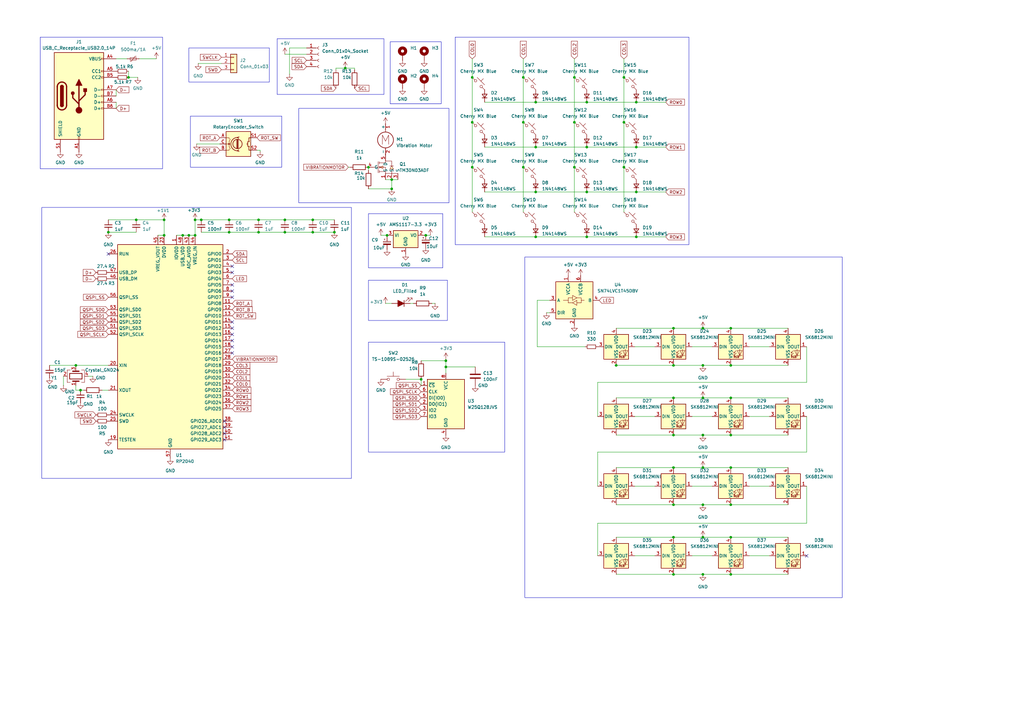
<source format=kicad_sch>
(kicad_sch (version 20250114) (generator "eeschema") (generator_version "9.0")
  (paper "A3")
  (rectangle (start 215.265 105.41) (end 345.44 245.11))
  (rectangle (start 17.145 85.09) (end 144.145 196.215))
  (rectangle (start 151.13 87.63) (end 181.61 109.855))
  (rectangle (start 16.51 15.24) (end 66.675 69.215))
  (rectangle (start 78.105 47.625) (end 115.57 68.58))
  (rectangle (start 122.555 44.45) (end 184.15 83.185))
  (rectangle (start 77.47 19.685) (end 110.49 33.655))
  (rectangle (start 186.69 15.24) (end 282.575 100.33))
  (rectangle (start 113.665 15.875) (end 157.48 38.735))
  (rectangle (start 151.13 140.335) (end 207.01 185.42))
  (rectangle (start 160.02 17.145) (end 180.975 42.545))
  (rectangle (start 151.13 114.935) (end 183.515 131.445))
  (text "3" (at 212.9808 412.6193 0) (effects (font (size 1.27 1.27))))
  (junction (at 288.29 163.195))
  (junction (at 67.31 96.52))
  (junction (at 33.02 160.02))
  (junction (at 193.675 50.165))
  (junction (at 276.225 191.77))
  (junction (at 299.72 134.62))
  (junction (at 80.01 96.52))
  (junction (at 182.88 147.955))
  (junction (at 288.29 149.86))
  (junction (at 141.605 27.94))
  (junction (at 82.55 90.17))
  (junction (at 276.225 220.345))
  (junction (at 240.665 41.91))
  (junction (at 240.665 78.74))
  (junction (at 106.045 95.25))
  (junction (at 299.72 235.585))
  (junction (at 260.985 60.325))
  (junction (at 276.225 149.86))
  (junction (at 240.665 60.325))
  (junction (at 55.88 90.17))
  (junction (at 240.665 97.155))
  (junction (at 276.225 134.62))
  (junction (at 182.88 150.495))
  (junction (at 44.45 95.25))
  (junction (at 214.63 31.75))
  (junction (at 93.98 95.25))
  (junction (at 288.29 207.01))
  (junction (at 288.29 134.62))
  (junction (at 31.115 149.86))
  (junction (at 151.13 68.58))
  (junction (at 299.72 220.345))
  (junction (at 219.71 41.91))
  (junction (at 299.72 191.77))
  (junction (at 219.71 97.155))
  (junction (at 235.585 68.58))
  (junction (at 276.225 178.435))
  (junction (at 299.72 149.86))
  (junction (at 235.585 50.165))
  (junction (at 235.585 31.75))
  (junction (at 255.905 31.75))
  (junction (at 193.675 68.58))
  (junction (at 80.01 90.17))
  (junction (at 77.47 96.52))
  (junction (at 288.29 191.77))
  (junction (at 276.225 163.195))
  (junction (at 219.71 60.325))
  (junction (at 252.73 149.86))
  (junction (at 174.625 96.52))
  (junction (at 276.225 235.585))
  (junction (at 260.985 97.155))
  (junction (at 158.75 96.52))
  (junction (at 93.98 90.17))
  (junction (at 52.705 31.75))
  (junction (at 67.31 90.17))
  (junction (at 288.29 235.585))
  (junction (at 116.84 90.17))
  (junction (at 219.71 78.74))
  (junction (at 288.29 178.435))
  (junction (at 276.225 207.01))
  (junction (at 172.72 155.575))
  (junction (at 260.985 78.74))
  (junction (at 116.84 95.25))
  (junction (at 214.63 50.165))
  (junction (at 74.93 96.52))
  (junction (at 160.655 73.66))
  (junction (at 260.985 41.91))
  (junction (at 214.63 68.58))
  (junction (at 299.72 207.01))
  (junction (at 106.045 90.17))
  (junction (at 255.905 50.165))
  (junction (at 128.27 95.25))
  (junction (at 193.675 31.75))
  (junction (at 128.27 90.17))
  (junction (at 299.72 178.435))
  (junction (at 255.905 68.58))
  (junction (at 288.29 220.345))
  (junction (at 137.16 95.25))
  (junction (at 299.72 163.195))
  (junction (at 160.655 77.47))
  (no_connect (at 95.25 121.92))
  (no_connect (at 92.075 172.72))
  (no_connect (at 95.25 142.24))
  (no_connect (at 330.835 227.965))
  (no_connect (at 95.25 116.84))
  (no_connect (at 95.25 111.76))
  (no_connect (at 95.25 132.08))
  (no_connect (at 92.075 175.26))
  (no_connect (at 44.45 104.14))
  (no_connect (at 95.25 119.38))
  (no_connect (at 95.25 109.22))
  (no_connect (at 95.25 137.16))
  (no_connect (at 95.25 144.78))
  (no_connect (at 95.25 134.62))
  (no_connect (at 95.25 139.7))
  (no_connect (at 92.075 180.34))
  (no_connect (at 92.075 177.8))
  (wire (pts (xy 128.27 95.25) (xy 137.16 95.25)))
  (wire (pts (xy 151.13 77.47) (xy 160.655 77.47)))
  (wire (pts (xy 93.98 90.17) (xy 106.045 90.17)))
  (wire (pts (xy 252.095 149.86) (xy 252.73 149.86)))
  (wire (pts (xy 67.31 90.17) (xy 67.31 96.52)))
  (wire (pts (xy 169.545 124.46) (xy 168.275 124.46)))
  (wire (pts (xy 299.72 220.345) (xy 323.215 220.345)))
  (wire (pts (xy 330.835 142.24) (xy 330.835 156.845)))
  (wire (pts (xy 260.35 170.815) (xy 268.605 170.815)))
  (wire (pts (xy 128.27 90.17) (xy 137.16 90.17)))
  (wire (pts (xy 260.985 41.91) (xy 273.05 41.91)))
  (wire (pts (xy 182.88 150.495) (xy 182.88 153.035)))
  (wire (pts (xy 220.345 123.19) (xy 220.345 142.24)))
  (wire (pts (xy 276.225 235.585) (xy 288.29 235.585)))
  (wire (pts (xy 240.665 97.155) (xy 260.985 97.155)))
  (wire (pts (xy 198.755 60.325) (xy 219.71 60.325)))
  (wire (pts (xy 288.29 178.435) (xy 299.72 178.435)))
  (wire (pts (xy 315.595 142.24) (xy 307.34 142.24)))
  (wire (pts (xy 283.845 142.24) (xy 292.1 142.24)))
  (wire (pts (xy 72.39 96.52) (xy 74.93 96.52)))
  (wire (pts (xy 182.88 147.32) (xy 182.88 147.955)))
  (wire (pts (xy 276.225 163.195) (xy 288.29 163.195)))
  (wire (pts (xy 151.13 68.58) (xy 150.495 68.58)))
  (wire (pts (xy 276.225 178.435) (xy 288.29 178.435)))
  (wire (pts (xy 288.29 207.01) (xy 299.72 207.01)))
  (wire (pts (xy 219.71 97.155) (xy 240.665 97.155)))
  (wire (pts (xy 240.665 60.325) (xy 260.985 60.325)))
  (wire (pts (xy 41.91 160.02) (xy 44.45 160.02)))
  (wire (pts (xy 260.35 227.965) (xy 268.605 227.965)))
  (wire (pts (xy 299.72 191.77) (xy 323.215 191.77)))
  (wire (pts (xy 106.045 90.17) (xy 116.84 90.17)))
  (wire (pts (xy 74.93 96.52) (xy 77.47 96.52)))
  (wire (pts (xy 38.1 154.305) (xy 36.195 154.305)))
  (wire (pts (xy 172.72 147.955) (xy 182.88 147.955)))
  (wire (pts (xy 116.84 95.25) (xy 128.27 95.25)))
  (wire (pts (xy 31.115 149.86) (xy 44.45 149.86)))
  (wire (pts (xy 198.755 97.155) (xy 219.71 97.155)))
  (wire (pts (xy 299.72 163.195) (xy 323.215 163.195)))
  (wire (pts (xy 64.77 97.79) (xy 64.77 99.06)))
  (wire (pts (xy 288.29 134.62) (xy 299.72 134.62)))
  (wire (pts (xy 193.675 31.75) (xy 193.675 50.165)))
  (wire (pts (xy 260.985 60.325) (xy 273.05 60.325)))
  (wire (pts (xy 283.845 199.39) (xy 292.1 199.39)))
  (wire (pts (xy 158.115 73.66) (xy 160.655 73.66)))
  (wire (pts (xy 33.02 160.02) (xy 34.29 160.02)))
  (wire (pts (xy 245.11 214.63) (xy 245.11 227.965)))
  (wire (pts (xy 174.625 96.52) (xy 173.99 96.52)))
  (wire (pts (xy 235.585 68.58) (xy 235.585 86.995)))
  (wire (pts (xy 219.71 60.325) (xy 240.665 60.325)))
  (wire (pts (xy 252.73 134.62) (xy 276.225 134.62)))
  (wire (pts (xy 276.225 149.86) (xy 288.29 149.86)))
  (wire (pts (xy 235.585 31.75) (xy 235.585 50.165)))
  (wire (pts (xy 31.115 158.115) (xy 31.115 160.02)))
  (wire (pts (xy 116.84 22.225) (xy 125.73 22.225)))
  (wire (pts (xy 288.29 163.195) (xy 299.72 163.195)))
  (wire (pts (xy 81.28 26.035) (xy 90.805 26.035)))
  (wire (pts (xy 44.45 95.25) (xy 55.88 95.25)))
  (wire (pts (xy 143.51 68.58) (xy 142.875 68.58)))
  (wire (pts (xy 118.745 19.685) (xy 125.73 19.685)))
  (wire (pts (xy 276.225 207.01) (xy 288.29 207.01)))
  (wire (pts (xy 64.77 96.52) (xy 67.31 96.52)))
  (wire (pts (xy 160.655 77.47) (xy 160.655 73.66)))
  (wire (pts (xy 315.595 227.965) (xy 307.34 227.965)))
  (wire (pts (xy 44.45 90.17) (xy 55.88 90.17)))
  (wire (pts (xy 299.72 235.585) (xy 323.215 235.585)))
  (wire (pts (xy 252.73 235.585) (xy 276.225 235.585)))
  (wire (pts (xy 82.55 95.25) (xy 93.98 95.25)))
  (wire (pts (xy 80.645 59.055) (xy 90.17 59.055)))
  (wire (pts (xy 137.795 27.94) (xy 137.795 28.575)))
  (wire (pts (xy 330.835 214.63) (xy 245.11 214.63)))
  (wire (pts (xy 299.72 149.86) (xy 323.215 149.86)))
  (wire (pts (xy 193.675 24.13) (xy 193.675 31.75)))
  (wire (pts (xy 260.35 142.24) (xy 268.605 142.24)))
  (wire (pts (xy 214.63 50.165) (xy 214.63 68.58)))
  (wire (pts (xy 283.845 227.965) (xy 292.1 227.965)))
  (wire (pts (xy 176.53 96.52) (xy 174.625 96.52)))
  (wire (pts (xy 283.845 170.815) (xy 292.1 170.815)))
  (wire (pts (xy 118.745 30.48) (xy 118.745 19.685)))
  (wire (pts (xy 106.045 95.25) (xy 116.84 95.25)))
  (wire (pts (xy 330.835 170.815) (xy 330.835 185.42)))
  (wire (pts (xy 52.705 29.21) (xy 52.705 31.75)))
  (wire (pts (xy 80.01 90.17) (xy 82.55 90.17)))
  (wire (pts (xy 214.63 68.58) (xy 214.63 86.995)))
  (wire (pts (xy 214.63 24.13) (xy 214.63 31.75)))
  (wire (pts (xy 225.425 123.19) (xy 220.345 123.19)))
  (wire (pts (xy 245.11 156.845) (xy 245.11 170.815)))
  (wire (pts (xy 158.75 97.155) (xy 158.75 96.52)))
  (wire (pts (xy 255.905 24.13) (xy 255.905 31.75)))
  (wire (pts (xy 31.115 150.495) (xy 31.115 149.86)))
  (wire (pts (xy 93.98 95.25) (xy 106.045 95.25)))
  (wire (pts (xy 219.71 78.74) (xy 240.665 78.74)))
  (wire (pts (xy 245.11 185.42) (xy 245.11 199.39)))
  (wire (pts (xy 151.13 69.85) (xy 151.13 68.58)))
  (wire (pts (xy 240.665 78.74) (xy 260.985 78.74)))
  (wire (pts (xy 166.37 155.575) (xy 172.72 155.575)))
  (wire (pts (xy 288.29 235.585) (xy 299.72 235.585)))
  (wire (pts (xy 255.905 68.58) (xy 255.905 86.995)))
  (wire (pts (xy 156.21 96.52) (xy 158.75 96.52)))
  (wire (pts (xy 252.73 220.345) (xy 276.225 220.345)))
  (wire (pts (xy 315.595 199.39) (xy 307.34 199.39)))
  (wire (pts (xy 55.88 90.17) (xy 67.31 90.17)))
  (wire (pts (xy 82.55 90.17) (xy 93.98 90.17)))
  (wire (pts (xy 235.585 24.13) (xy 235.585 31.75)))
  (wire (pts (xy 80.01 90.17) (xy 80.01 96.52)))
  (wire (pts (xy 252.73 191.77) (xy 276.225 191.77)))
  (wire (pts (xy 172.72 155.575) (xy 172.72 158.115)))
  (wire (pts (xy 252.73 163.195) (xy 276.225 163.195)))
  (wire (pts (xy 47.625 41.91) (xy 47.625 44.45)))
  (wire (pts (xy 276.225 134.62) (xy 288.29 134.62)))
  (wire (pts (xy 141.605 27.94) (xy 145.415 27.94)))
  (wire (pts (xy 64.135 24.13) (xy 57.15 24.13)))
  (wire (pts (xy 182.88 150.495) (xy 194.945 150.495)))
  (wire (pts (xy 299.72 207.01) (xy 323.215 207.01)))
  (wire (pts (xy 193.675 50.165) (xy 193.675 68.58)))
  (wire (pts (xy 255.905 31.75) (xy 255.905 50.165)))
  (wire (pts (xy 220.345 142.24) (xy 240.03 142.24)))
  (wire (pts (xy 193.675 68.58) (xy 193.675 86.995)))
  (wire (pts (xy 116.84 90.17) (xy 128.27 90.17)))
  (wire (pts (xy 288.29 149.86) (xy 299.72 149.86)))
  (wire (pts (xy 224.155 128.27) (xy 225.425 128.27)))
  (wire (pts (xy 330.835 199.39) (xy 330.835 214.63)))
  (wire (pts (xy 137.795 27.94) (xy 141.605 27.94)))
  (wire (pts (xy 198.755 78.74) (xy 219.71 78.74)))
  (wire (pts (xy 315.595 170.815) (xy 307.34 170.815)))
  (wire (pts (xy 52.705 31.75) (xy 56.515 31.75)))
  (wire (pts (xy 255.905 50.165) (xy 255.905 68.58)))
  (wire (pts (xy 299.72 178.435) (xy 323.215 178.435)))
  (wire (pts (xy 182.88 147.955) (xy 182.88 150.495)))
  (wire (pts (xy 198.755 41.91) (xy 219.71 41.91)))
  (wire (pts (xy 47.625 36.83) (xy 47.625 39.37)))
  (wire (pts (xy 260.35 199.39) (xy 268.605 199.39)))
  (wire (pts (xy 252.73 178.435) (xy 276.225 178.435)))
  (wire (pts (xy 47.625 24.13) (xy 52.07 24.13)))
  (wire (pts (xy 276.225 191.77) (xy 288.29 191.77)))
  (wire (pts (xy 288.29 220.345) (xy 299.72 220.345)))
  (wire (pts (xy 276.225 220.345) (xy 288.29 220.345)))
  (wire (pts (xy 145.415 27.94) (xy 145.415 28.575)))
  (wire (pts (xy 31.115 160.02) (xy 33.02 160.02)))
  (wire (pts (xy 214.63 31.75) (xy 214.63 50.165)))
  (wire (pts (xy 260.985 78.74) (xy 273.05 78.74)))
  (wire (pts (xy 158.115 124.46) (xy 160.655 124.46)))
  (wire (pts (xy 106.68 61.595) (xy 105.41 61.595)))
  (wire (pts (xy 330.835 185.42) (xy 245.11 185.42)))
  (wire (pts (xy 20.32 149.86) (xy 31.115 149.86)))
  (wire (pts (xy 77.47 96.52) (xy 80.01 96.52)))
  (wire (pts (xy 240.665 41.91) (xy 260.985 41.91)))
  (wire (pts (xy 219.71 41.91) (xy 240.665 41.91)))
  (wire (pts (xy 260.985 97.155) (xy 273.05 97.155)))
  (wire (pts (xy 235.585 50.165) (xy 235.585 68.58)))
  (wire (pts (xy 106.68 62.23) (xy 106.68 61.595)))
  (wire (pts (xy 330.835 156.845) (xy 245.11 156.845)))
  (wire (pts (xy 299.72 134.62) (xy 323.215 134.62)))
  (wire (pts (xy 252.73 149.86) (xy 276.225 149.86)))
  (wire (pts (xy 288.29 191.77) (xy 299.72 191.77)))
  (wire (pts (xy 252.73 207.01) (xy 276.225 207.01)))
  (wire (pts (xy 160.655 73.66) (xy 163.195 73.66)))
  (wire (pts (xy 177.165 124.46) (xy 178.435 124.46)))
  (wire (pts (xy 26.035 154.305) (xy 26.035 158.115)))
  (global_label "ROT_A" (shape input) (at 90.17 56.515 180) (property "Intersheetrefs" "${INTERSHEET_REFS}" (effects (hide yes))))
  (global_label "SWD" (shape input) (at 39.37 172.72 180) (property "Intersheetrefs" "${INTERSHEET_REFS}" (effects (hide yes))))
  (global_label "COL2" (shape input) (at 95.25 152.4 0) (property "Intersheetrefs" "${INTERSHEET_REFS}" (effects (hide yes))))
  (global_label "SDA" (shape input) (at 137.795 36.195 180) (property "Intersheetrefs" "${INTERSHEET_REFS}" (effects (hide yes))))
  (global_label "QSPI_SCLK" (shape input) (at 172.72 160.655 180) (property "Intersheetrefs" "${INTERSHEET_REFS}" (effects (hide yes))))
  (global_label "SCL" (shape input) (at 95.25 106.68 0) (property "Intersheetrefs" "${INTERSHEET_REFS}" (effects (hide yes))))
  (global_label "COL3" (shape input) (at 255.905 24.13 90) (property "Intersheetrefs" "${INTERSHEET_REFS}" (effects (hide yes))))
  (global_label "QSPI_SS" (shape input) (at 172.72 158.115 180) (property "Intersheetrefs" "${INTERSHEET_REFS}" (effects (hide yes))))
  (global_label "COL1" (shape input) (at 214.63 24.13 90) (property "Intersheetrefs" "${INTERSHEET_REFS}" (effects (hide yes))))
  (global_label "QSPI_SD1" (shape input) (at 44.45 129.54 180) (property "Intersheetrefs" "${INTERSHEET_REFS}" (effects (hide yes))))
  (global_label "D-" (shape input) (at 39.37 114.3 180) (property "Intersheetrefs" "${INTERSHEET_REFS}" (effects (hide yes))))
  (global_label "QSPI_SCLK" (shape input) (at 44.45 137.16 180) (property "Intersheetrefs" "${INTERSHEET_REFS}" (effects (hide yes))))
  (global_label "LED" (shape input) (at 245.745 123.19 0) (property "Intersheetrefs" "${INTERSHEET_REFS}" (effects (hide yes))))
  (global_label "VIBRATIONMOTOR" (shape input) (at 142.875 68.58 180) (property "Intersheetrefs" "${INTERSHEET_REFS}" (effects (hide yes))))
  (global_label "ROT_A" (shape input) (at 95.25 124.46 0) (property "Intersheetrefs" "${INTERSHEET_REFS}" (effects (hide yes))))
  (global_label "ROT_B" (shape input) (at 90.17 61.595 180) (property "Intersheetrefs" "${INTERSHEET_REFS}" (effects (hide yes))))
  (global_label "COL3" (shape input) (at 95.25 149.86 0) (property "Intersheetrefs" "${INTERSHEET_REFS}" (effects (hide yes))))
  (global_label "COL0" (shape input) (at 193.675 24.13 90) (property "Intersheetrefs" "${INTERSHEET_REFS}" (effects (hide yes))))
  (global_label "ROW1" (shape input) (at 95.25 162.56 0) (property "Intersheetrefs" "${INTERSHEET_REFS}" (effects (hide yes))))
  (global_label "ROW2" (shape input) (at 95.25 165.1 0) (property "Intersheetrefs" "${INTERSHEET_REFS}" (effects (hide yes))))
  (global_label "QSPI_SD3" (shape input) (at 44.45 134.62 180) (property "Intersheetrefs" "${INTERSHEET_REFS}" (effects (hide yes))))
  (global_label "QSPI_SD1" (shape input) (at 172.72 165.735 180) (property "Intersheetrefs" "${INTERSHEET_REFS}" (effects (hide yes))))
  (global_label "SWD" (shape input) (at 90.805 28.575 180) (property "Intersheetrefs" "${INTERSHEET_REFS}" (effects (hide yes))))
  (global_label "SDA" (shape input) (at 125.73 27.305 180) (property "Intersheetrefs" "${INTERSHEET_REFS}" (effects (hide yes))))
  (global_label "SWCLK" (shape input) (at 90.805 23.495 180) (property "Intersheetrefs" "${INTERSHEET_REFS}" (effects (hide yes))))
  (global_label "SCL" (shape input) (at 125.73 24.765 180) (property "Intersheetrefs" "${INTERSHEET_REFS}" (effects (hide yes))))
  (global_label "ROW0" (shape input) (at 95.25 160.02 0) (property "Intersheetrefs" "${INTERSHEET_REFS}" (effects (hide yes))))
  (global_label "ROW0" (shape input) (at 273.05 41.91 0) (property "Intersheetrefs" "${INTERSHEET_REFS}" (effects (hide yes))))
  (global_label "QSPI_SD0" (shape input) (at 172.72 163.195 180) (property "Intersheetrefs" "${INTERSHEET_REFS}" (effects (hide yes))))
  (global_label "D-" (shape input) (at 47.625 36.83 0) (property "Intersheetrefs" "${INTERSHEET_REFS}" (effects (hide yes))))
  (global_label "QSPI_SD2" (shape input) (at 172.72 168.275 180) (property "Intersheetrefs" "${INTERSHEET_REFS}" (effects (hide yes))))
  (global_label "SCL" (shape input) (at 145.415 36.195 0) (property "Intersheetrefs" "${INTERSHEET_REFS}" (effects (hide yes))))
  (global_label "ROW3" (shape input) (at 273.05 97.155 0) (property "Intersheetrefs" "${INTERSHEET_REFS}" (effects (hide yes))))
  (global_label "D+" (shape input) (at 39.37 111.76 180) (property "Intersheetrefs" "${INTERSHEET_REFS}" (effects (hide yes))))
  (global_label "LED" (shape input) (at 95.25 114.3 0) (property "Intersheetrefs" "${INTERSHEET_REFS}" (effects (hide yes))))
  (global_label "ROW3" (shape input) (at 95.25 167.64 0) (property "Intersheetrefs" "${INTERSHEET_REFS}" (effects (hide yes))))
  (global_label "ROT_SW" (shape input) (at 95.25 129.54 0) (property "Intersheetrefs" "${INTERSHEET_REFS}" (effects (hide yes))))
  (global_label "COL2" (shape input) (at 235.585 24.13 90) (property "Intersheetrefs" "${INTERSHEET_REFS}" (effects (hide yes))))
  (global_label "ROT_SW" (shape input) (at 105.41 56.515 0) (property "Intersheetrefs" "${INTERSHEET_REFS}" (effects (hide yes))))
  (global_label "D+" (shape input) (at 47.625 44.45 0) (property "Intersheetrefs" "${INTERSHEET_REFS}" (effects (hide yes))))
  (global_label "ROT_B" (shape input) (at 95.25 127 0) (property "Intersheetrefs" "${INTERSHEET_REFS}" (effects (hide yes))))
  (global_label "SDA" (shape input) (at 95.25 104.14 0) (property "Intersheetrefs" "${INTERSHEET_REFS}" (effects (hide yes))))
  (global_label "QSPI_SS" (shape input) (at 44.45 121.92 180) (property "Intersheetrefs" "${INTERSHEET_REFS}" (effects (hide yes))))
  (global_label "SWCLK" (shape input) (at 39.37 170.18 180) (property "Intersheetrefs" "${INTERSHEET_REFS}" (effects (hide yes))))
  (global_label "QSPI_SD0" (shape input) (at 44.45 127 180) (property "Intersheetrefs" "${INTERSHEET_REFS}" (effects (hide yes))))
  (global_label "COL1" (shape input) (at 95.25 154.94 0) (property "Intersheetrefs" "${INTERSHEET_REFS}" (effects (hide yes))))
  (global_label "VIBRATIONMOTOR" (shape input) (at 95.25 147.32 0) (property "Intersheetrefs" "${INTERSHEET_REFS}" (effects (hide yes))))
  (global_label "ROW2" (shape input) (at 273.05 78.74 0) (property "Intersheetrefs" "${INTERSHEET_REFS}" (effects (hide yes))))
  (global_label "COL0" (shape input) (at 95.25 157.48 0) (property "Intersheetrefs" "${INTERSHEET_REFS}" (effects (hide yes))))
  (global_label "QSPI_SD3" (shape input) (at 172.72 170.815 180) (property "Intersheetrefs" "${INTERSHEET_REFS}" (effects (hide yes))))
  (global_label "ROW1" (shape input) (at 273.05 60.325 0) (property "Intersheetrefs" "${INTERSHEET_REFS}" (effects (hide yes))))
  (global_label "QSPI_SD2" (shape input) (at 44.45 132.08 180) (property "Intersheetrefs" "${INTERSHEET_REFS}" (effects (hide yes))))
  (symbol (lib_id "power:GND") (at 80.645 59.055 0) (unit 1)
    (property "Reference" "#PWR09" (effects (hide yes)))
    (property "Value" "GND" (at 80.645 63.5 0))
    (property "Description" "Power symbol creates a global label with name \"GND\" , ground" (effects (hide yes)))
  )
  (symbol (lib_id "power:+3V3") (at 176.53 96.52 0) (unit 1)
    (property "Reference" "#PWR027" (effects (hide yes)))
    (property "Value" "+3V3" (at 176.53 92.075 0))
    (property "Description" "Power symbol creates a global label with name \"+3V3\"" (effects (hide yes)))
  )
  (symbol (lib_id "power:GND") (at 33.02 165.1 0) (unit 1)
    (property "Reference" "#PWR04" (effects (hide yes)))
    (property "Value" "GND" (at 36.195 165.735 0))
    (property "Description" "Power symbol creates a global label with name \"GND\" , ground" (effects (hide yes)))
  )
  (symbol (lib_id "Mechanical:MountingHole_Pad") (at 165.1 33.655 0) (unit 1) (in_bom no)
    (property "Reference" "H2" (at 168.275 31.1149 0) (effects (justify left)))
    (property "Value" "MountingHole_Pad" (effects (hide yes)))
    (property "Footprint" "MountingHole:MountingHole_2.2mm_M2_DIN965_Pad" (effects (hide yes)))
    (property "Description" "Mounting Hole with connection" (effects (hide yes)))
  )
  (symbol (lib_id "power:+5V") (at 156.21 96.52 0) (unit 1)
    (property "Reference" "#PWR020" (effects (hide yes)))
    (property "Value" "+5V" (at 156.21 92.075 0))
    (property "Description" "Power symbol creates a global label with name \"+5V\"" (effects (hide yes)))
  )
  (symbol (lib_id "Device:Crystal_GND24") (at 31.115 154.305 90) (unit 1)
    (property "Reference" "Y1" (at 22.225 154.94 90))
    (property "Value" "Crystal_GND24" (at 41.91 151.765 90))
    (property "Footprint" "Crystal:Crystal_SMD_3225-4Pin_3.2x2.5mm" (effects (hide yes)))
    (property "Description" "Four pin crystal, GND on pins 2 and 4" (effects (hide yes)))
    (property "LCSC Part" "C20625731" (effects (hide yes)))
  )
  (symbol (lib_id "power:+5V") (at 116.84 22.225 0) (unit 1)
    (property "Reference" "#PWR017" (effects (hide yes)))
    (property "Value" "+5V" (at 116.84 17.78 0))
    (property "Description" "Power symbol creates a global label with name \"+5V\"" (effects (hide yes)))
  )
  (symbol (lib_id "power:+5V") (at 158.115 50.8 0) (unit 1)
    (property "Reference" "#PWR041" (effects (hide yes)))
    (property "Value" "+5V" (at 158.115 46.355 0))
    (property "Description" "Power symbol creates a global label with name \"+5V\"" (effects (hide yes)))
  )
  (symbol (lib_id "power:+5V") (at 288.29 191.77 0) (unit 1)
    (property "Reference" "#PWR045" (effects (hide yes)))
    (property "Value" "+5V" (at 288.29 187.325 0))
    (property "Description" "Power symbol creates a global label with name \"+5V\"" (effects (hide yes)))
  )
  (symbol (lib_id "Device:R") (at 137.795 32.385 0) (mirror y) (unit 1)
    (property "Reference" "R12" (at 136.525 29.2099 0) (effects (justify left)))
    (property "Value" "10k" (at 136.525 31.7499 0) (effects (justify left)))
    (property "Footprint" "Resistor_SMD:R_0805_2012Metric" (effects (hide yes)))
    (property "Description" "Resistor" (effects (hide yes)))
    (property "LCSC Part" " C17414" (effects (hide yes)))
  )
  (symbol (lib_id "power:+3V3") (at 80.01 90.17 0) (unit 1)
    (property "Reference" "#PWR015" (effects (hide yes)))
    (property "Value" "+3V3" (at 79.5315 86.2005 0))
    (property "Description" "Power symbol creates a global label with name \"+3V3\"" (effects (hide yes)))
  )
  (symbol (lib_id "LED:SK6812MINI") (at 252.73 199.39 0) (unit 1)
    (property "Reference" "D31" (at 265.43 192.9698 0))
    (property "Value" "SK6812MINI" (at 265.43 195.5098 0))
    (property "Footprint" "cheyao macropad main PCB-third_party_neopixel.petty:SK6812MINI-E" (effects (hide yes)))
    (property "Datasheet" "https://cdn-shop.adafruit.com/product-files/2686/SK6812MINI_REV.01-1-2.pdf" (effects (hide yes)))
    (property "Description" "RGB LED with integrated controller" (effects (hide yes)))
    (property "LCSC Part" "C5149201" (effects (hide yes)))
  )
  (symbol (lib_id "power:GND") (at 288.29 149.86 0) (unit 1)
    (property "Reference" "#PWR040" (effects (hide yes)))
    (property "Value" "GND" (at 288.29 154.94 0))
    (property "Description" "Power symbol creates a global label with name \"GND\" , ground" (effects (hide yes)))
  )
  (symbol (lib_id "power:GND") (at 173.99 24.765 0) (unit 1)
    (property "Reference" "#PWR032" (effects (hide yes)))
    (property "Value" "GND" (at 173.99 29.21 0))
    (property "Description" "Power symbol creates a global label with name \"GND\" , ground" (effects (hide yes)))
  )
  (symbol (lib_id "power:GND") (at 156.21 155.575 0) (unit 1)
    (property "Reference" "#PWR019" (effects (hide yes)))
    (property "Value" "GND" (at 156.21 160.02 0))
    (property "Description" "Power symbol creates a global label with name \"GND\" , ground" (effects (hide yes)))
  )
  (symbol (lib_id "Switch:SW_Push_45deg") (at 238.125 89.535 0) (unit 1)
    (property "Reference" "SW14" (at 238.125 81.915 0))
    (property "Value" "Cherry MX Blue" (at 238.125 84.455 0))
    (property "Footprint" "PCM_Switch_Keyboard_Cherry_MX:SW_Cherry_MX_PCB_1.00u" (effects (hide yes)))
    (property "Description" "Push button switch, normally open, two pins, 45° tilted" (effects (hide yes)))
  )
  (symbol (lib_id "LED:SK6812MINI") (at 323.215 142.24 0) (unit 1)
    (property "Reference" "D26" (at 335.915 135.8198 0))
    (property "Value" "SK6812MINI" (at 335.915 138.3598 0))
    (property "Footprint" "cheyao macropad main PCB-third_party_neopixel.petty:SK6812MINI-E" (effects (hide yes)))
    (property "Datasheet" "https://cdn-shop.adafruit.com/product-files/2686/SK6812MINI_REV.01-1-2.pdf" (effects (hide yes)))
    (property "Description" "RGB LED with integrated controller" (effects (hide yes)))
    (property "LCSC Part" "C5149201" (effects (hide yes)))
  )
  (symbol (lib_id "power:GND") (at 26.035 158.115 0) (unit 1)
    (property "Reference" "#PWR02" (effects (hide yes)))
    (property "Value" "GND" (at 28.575 160.655 0))
    (property "Description" "Power symbol creates a global label with name \"GND\" , ground" (effects (hide yes)))
  )
  (symbol (lib_id "power:GND") (at 24.765 62.23 0) (unit 1)
    (property "Reference" "#PWR03" (effects (hide yes)))
    (property "Value" "GND" (at 24.765 66.675 0))
    (property "Description" "Power symbol creates a global label with name \"GND\" , ground" (effects (hide yes)))
  )
  (symbol (lib_id "LED:SK6812MINI") (at 299.72 199.39 0) (unit 1)
    (property "Reference" "D33" (at 312.42 192.9698 0))
    (property "Value" "SK6812MINI" (at 312.42 195.5098 0))
    (property "Footprint" "cheyao macropad main PCB-third_party_neopixel.petty:SK6812MINI-E" (effects (hide yes)))
    (property "Datasheet" "https://cdn-shop.adafruit.com/product-files/2686/SK6812MINI_REV.01-1-2.pdf" (effects (hide yes)))
    (property "Description" "RGB LED with integrated controller" (effects (hide yes)))
    (property "LCSC Part" "C5149201" (effects (hide yes)))
  )
  (symbol (lib_id "power:GND") (at 182.88 178.435 0) (unit 1)
    (property "Reference" "#PWR026" (effects (hide yes)))
    (property "Value" "GND" (at 182.88 183.515 0))
    (property "Description" "Power symbol creates a global label with name \"GND\" , ground" (effects (hide yes)))
  )
  (symbol (lib_id "Switch:SW_Push_45deg") (at 258.445 52.705 0) (unit 1)
    (property "Reference" "SW16" (at 258.445 45.085 0))
    (property "Value" "Cherry MX Blue" (at 258.445 47.625 0))
    (property "Footprint" "PCM_Switch_Keyboard_Cherry_MX:SW_Cherry_MX_PCB_1.00u" (effects (hide yes)))
    (property "Description" "Push button switch, normally open, two pins, 45° tilted" (effects (hide yes)))
  )
  (symbol (lib_id "Mechanical:MountingHole_Pad") (at 165.1 22.225 0) (unit 1) (in_bom no)
    (property "Reference" "H1" (at 168.275 19.6849 0) (effects (justify left)))
    (property "Value" "MountingHole_Pad" (effects (hide yes)))
    (property "Footprint" "MountingHole:MountingHole_2.2mm_M2_DIN965_Pad" (effects (hide yes)))
    (property "Description" "Mounting Hole with connection" (effects (hide yes)))
  )
  (symbol (lib_id "power:GND") (at 288.29 207.01 0) (unit 1)
    (property "Reference" "#PWR046" (effects (hide yes)))
    (property "Value" "GND" (at 288.29 212.09 0))
    (property "Description" "Power symbol creates a global label with name \"GND\" , ground" (effects (hide yes)))
  )
  (symbol (lib_id "Switch:SW_Push_45deg") (at 217.17 34.29 0) (unit 1)
    (property "Reference" "SW7" (at 217.17 26.67 0))
    (property "Value" "Cherry MX Blue" (at 217.17 29.21 0))
    (property "Footprint" "PCM_Switch_Keyboard_Cherry_MX:SW_Cherry_MX_PCB_1.00u" (effects (hide yes)))
    (property "Description" "Push button switch, normally open, two pins, 45° tilted" (effects (hide yes)))
  )
  (symbol (lib_id "Device:D_Small") (at 219.71 76.2 90) (unit 1)
    (property "Reference" "D8" (at 222.25 74.9299 90) (effects (justify right)))
    (property "Value" "1N4148WS" (at 222.25 77.4699 90) (effects (justify right)))
    (property "Footprint" "Diode_SMD:D_SOD-323F" (effects (hide yes)))
    (property "Description" "Diode, small symbol" (effects (hide yes)))
    (property "Sim.Device" "D" (effects (hide yes)))
    (property "Sim.Pins" "1=K 2=A" (effects (hide yes)))
    (property "LCSC Part" "C917117" (effects (hide yes)))
  )
  (symbol (lib_id "LED:SK6812MINI") (at 252.73 170.815 0) (unit 1)
    (property "Reference" "D27" (at 265.43 164.3948 0))
    (property "Value" "SK6812MINI" (at 265.43 166.9348 0))
    (property "Footprint" "cheyao macropad main PCB-third_party_neopixel.petty:SK6812MINI-E" (effects (hide yes)))
    (property "Datasheet" "https://cdn-shop.adafruit.com/product-files/2686/SK6812MINI_REV.01-1-2.pdf" (effects (hide yes)))
    (property "Description" "RGB LED with integrated controller" (effects (hide yes)))
    (property "LCSC Part" "C5149201" (effects (hide yes)))
  )
  (symbol (lib_id "power:GND") (at 235.585 133.35 0) (unit 1)
    (property "Reference" "#PWR037" (effects (hide yes)))
    (property "Value" "GND" (at 235.585 137.795 0))
    (property "Description" "Power symbol creates a global label with name \"GND\" , ground" (effects (hide yes)))
  )
  (symbol (lib_id "power:GND") (at 158.75 102.235 0) (unit 1)
    (property "Reference" "#PWR021" (effects (hide yes)))
    (property "Value" "GND" (effects (hide yes)))
    (property "Description" "Power symbol creates a global label with name \"GND\" , ground" (effects (hide yes)))
  )
  (symbol (lib_id "Switch:SW_Push_45deg") (at 258.445 34.29 0) (unit 1)
    (property "Reference" "SW15" (at 258.445 26.67 0))
    (property "Value" "Cherry MX Blue" (at 258.445 29.21 0))
    (property "Footprint" "PCM_Switch_Keyboard_Cherry_MX:SW_Cherry_MX_PCB_1.00u" (effects (hide yes)))
    (property "Description" "Push button switch, normally open, two pins, 45° tilted" (effects (hide yes)))
  )
  (symbol (lib_id "Device:R_Small") (at 50.165 31.75 90) (unit 1)
    (property "Reference" "R7" (at 52.705 33.655 90))
    (property "Value" "5.1k" (at 48.895 33.655 90))
    (property "Footprint" "Resistor_SMD:R_0603_1608Metric_Pad0.98x0.95mm_HandSolder" (effects (hide yes)))
    (property "Description" "Resistor, small symbol" (effects (hide yes)))
    (property "LCSC Part" "C23186" (effects (hide yes)))
  )
  (symbol (lib_id "Device:R_Small") (at 41.91 114.3 90) (unit 1)
    (property "Reference" "R3" (at 45.72 116.205 90))
    (property "Value" "27.4" (at 41.91 116.205 90))
    (property "Footprint" "Resistor_SMD:R_0603_1608Metric" (effects (hide yes)))
    (property "Description" "Resistor, small symbol" (effects (hide yes)))
    (property "LCSC Part" "C5126244" (effects (hide yes)))
  )
  (symbol (lib_id "Switch:SW_Push_45deg") (at 258.445 71.12 0) (unit 1)
    (property "Reference" "SW17" (at 258.445 63.5 0))
    (property "Value" "Cherry MX Blue" (at 258.445 66.04 0))
    (property "Footprint" "PCM_Switch_Keyboard_Cherry_MX:SW_Cherry_MX_PCB_1.00u" (effects (hide yes)))
    (property "Description" "Push button switch, normally open, two pins, 45° tilted" (effects (hide yes)))
  )
  (symbol (lib_id "Connector:USB_C_Receptacle_USB2.0_14P") (at 32.385 39.37 0) (unit 1)
    (property "Reference" "J1" (at 32.385 17.145 0))
    (property "Value" "USB_C_Receptacle_USB2.0_14P" (at 32.385 19.685 0))
    (property "Footprint" "Connector_USB:USB_C_Receptacle_G-Switch_GT-USB-7010ASV" (effects (hide yes)))
    (property "Datasheet" "https://www.usb.org/sites/default/files/documents/usb_type-c.zip" (effects (hide yes)))
    (property "Description" "USB 2.0-only 14P Type-C Receptacle connector" (effects (hide yes)))
    (property "LCSC Part" "C2988369" (effects (hide yes)))
  )
  (symbol (lib_id "Mechanical:MountingHole_Pad") (at 173.99 33.655 0) (unit 1) (in_bom no)
    (property "Reference" "H4" (at 177.165 31.1149 0) (effects (justify left)))
    (property "Value" "MountingHole_Pad" (effects (hide yes)))
    (property "Footprint" "MountingHole:MountingHole_2.2mm_M2_DIN965_Pad" (effects (hide yes)))
    (property "Description" "Mounting Hole with connection" (effects (hide yes)))
  )
  (symbol (lib_id "power:GND") (at 174.625 101.6 0) (unit 1)
    (property "Reference" "#PWR024" (effects (hide yes)))
    (property "Value" "GND" (at 174.625 106.68 0))
    (property "Description" "Power symbol creates a global label with name \"GND\" , ground" (effects (hide yes)))
  )
  (symbol (lib_id "power:GND") (at 44.45 180.34 0) (unit 1)
    (property "Reference" "#PWR08" (effects (hide yes)))
    (property "Value" "GND" (at 44.45 185.42 0))
    (property "Description" "Power symbol creates a global label with name \"GND\" , ground" (effects (hide yes)))
  )
  (symbol (lib_id "Device:C_Small") (at 55.88 92.71 0) (unit 1)
    (property "Reference" "C4" (at 58.42 91.4462 0) (effects (justify left)))
    (property "Value" "1uF" (at 58.42 93.98 0) (effects (justify left)))
    (property "Footprint" "Capacitor_SMD:C_0402_1005Metric" (effects (hide yes)))
    (property "Description" "Unpolarized capacitor, small symbol" (effects (hide yes)))
    (property "LCSC Part" "C52923" (effects (hide yes)))
  )
  (symbol (lib_id "power:GND") (at 165.1 24.765 0) (unit 1)
    (property "Reference" "#PWR028" (effects (hide yes)))
    (property "Value" "GND" (at 165.1 29.21 0))
    (property "Description" "Power symbol creates a global label with name \"GND\" , ground" (effects (hide yes)))
  )
  (symbol (lib_id "LED:SK6812MINI") (at 276.225 142.24 0) (unit 1)
    (property "Reference" "D24" (at 288.925 135.8198 0))
    (property "Value" "SK6812MINI" (at 288.925 138.3598 0))
    (property "Footprint" "cheyao macropad main PCB-third_party_neopixel.petty:SK6812MINI-E" (effects (hide yes)))
    (property "Datasheet" "https://cdn-shop.adafruit.com/product-files/2686/SK6812MINI_REV.01-1-2.pdf" (effects (hide yes)))
    (property "Description" "RGB LED with integrated controller" (effects (hide yes)))
    (property "LCSC Part" "C5149201" (effects (hide yes)))
  )
  (symbol (lib_id "Regulator_Linear:AMS1117-3.3") (at 166.37 96.52 0) (unit 1)
    (property "Reference" "U2" (at 166.37 89.535 0))
    (property "Value" "AMS1117-3.3" (at 166.37 92.075 0))
    (property "Footprint" "Package_TO_SOT_SMD:SOT-223-3_TabPin2" (effects (hide yes)))
    (property "Datasheet" "http://www.advanced-monolithic.com/pdf/ds1117.pdf" (effects (hide yes)))
    (property "Description" "1A Low Dropout regulator, positive, 3.3V fixed output, SOT-223" (effects (hide yes)))
    (property "LCSC Part" "C6186" (effects (hide yes)))
  )
  (symbol (lib_id "Device:D_Small") (at 219.71 39.37 90) (unit 1)
    (property "Reference" "D6" (at 222.25 38.0999 90) (effects (justify right)))
    (property "Value" "1N4148WS" (at 222.25 40.6399 90) (effects (justify right)))
    (property "Footprint" "Diode_SMD:D_SOD-323F" (effects (hide yes)))
    (property "Description" "Diode, small symbol" (effects (hide yes)))
    (property "Sim.Device" "D" (effects (hide yes)))
    (property "Sim.Pins" "1=K 2=A" (effects (hide yes)))
    (property "LCSC Part" "C917117" (effects (hide yes)))
  )
  (symbol (lib_id "Switch:SW_Push_45deg") (at 196.215 52.705 0) (unit 1)
    (property "Reference" "SW4" (at 196.215 45.085 0))
    (property "Value" "Cherry MX Blue" (at 196.215 47.625 0))
    (property "Footprint" "PCM_Switch_Keyboard_Cherry_MX:SW_Cherry_MX_PCB_1.00u" (effects (hide yes)))
    (property "Description" "Push button switch, normally open, two pins, 45° tilted" (effects (hide yes)))
  )
  (symbol (lib_id "Switch:SW_Push_45deg") (at 196.215 34.29 0) (unit 1)
    (property "Reference" "SW3" (at 196.215 26.67 0))
    (property "Value" "Cherry MX Blue" (at 196.215 29.21 0))
    (property "Footprint" "PCM_Switch_Keyboard_Cherry_MX:SW_Cherry_MX_PCB_1.00u" (effects (hide yes)))
    (property "Description" "Push button switch, normally open, two pins, 45° tilted" (effects (hide yes)))
  )
  (symbol (lib_id "LED:SK6812MINI") (at 299.72 170.815 0) (unit 1)
    (property "Reference" "D29" (at 312.42 164.3948 0))
    (property "Value" "SK6812MINI" (at 312.42 166.9348 0))
    (property "Footprint" "cheyao macropad main PCB-third_party_neopixel.petty:SK6812MINI-E" (effects (hide yes)))
    (property "Datasheet" "https://cdn-shop.adafruit.com/product-files/2686/SK6812MINI_REV.01-1-2.pdf" (effects (hide yes)))
    (property "Description" "RGB LED with integrated controller" (effects (hide yes)))
    (property "LCSC Part" "C5149201" (effects (hide yes)))
  )
  (symbol (lib_id "Device:D_Small") (at 240.665 76.2 90) (unit 1)
    (property "Reference" "D13" (at 243.205 74.9299 90) (effects (justify right)))
    (property "Value" "1N4148WS" (at 243.205 77.4699 90) (effects (justify right)))
    (property "Footprint" "Diode_SMD:D_SOD-323F" (effects (hide yes)))
    (property "Description" "Diode, small symbol" (effects (hide yes)))
    (property "Sim.Device" "D" (effects (hide yes)))
    (property "Sim.Pins" "1=K 2=A" (effects (hide yes)))
    (property "LCSC Part" "C917117" (effects (hide yes)))
  )
  (symbol (lib_id "easyeda2kicad:TM30N03ADF") (at 158.115 68.58 0) (unit 1)
    (property "Reference" "Q1" (at 163.83 67.3099 0) (effects (justify left)))
    (property "Value" "TM30N03ADF" (at 163.83 69.8499 0) (effects (justify left)))
    (property "Footprint" "easyeda2kicad:WDFN-5_L3.3-W3.3-P0.65-BL" (effects (hide yes)))
    (property "LCSC Part" "C7422839" (effects (hide yes)))
  )
  (symbol (lib_id "Device:C_Small") (at 44.45 92.71 0) (unit 1)
    (property "Reference" "C3" (at 46.99 91.4462 0) (effects (justify left)))
    (property "Value" "1uF" (at 46.99 93.98 0) (effects (justify left)))
    (property "Footprint" "Capacitor_SMD:C_0402_1005Metric" (effects (hide yes)))
    (property "Description" "Unpolarized capacitor, small symbol" (effects (hide yes)))
    (property "LCSC Part" "C52923" (effects (hide yes)))
  )
  (symbol (lib_id "Connector_Generic:Conn_01x03") (at 95.885 26.035 0) (unit 1)
    (property "Reference" "J2" (at 98.425 24.7649 0) (effects (justify left)))
    (property "Value" "Conn_01x03" (at 98.425 27.3049 0) (effects (justify left)))
    (property "Footprint" "Connector_JST:JST_SH_BM03B-SRSS-TB_1x03-1MP_P1.00mm_Vertical" (effects (hide yes)))
    (property "Description" "Generic connector, single row, 01x03, script generated (kicad-library-utils/schlib/autogen/connector/)" (effects (hide yes)))
    (property "LCSC Part" "C160389" (effects (hide yes)))
  )
  (symbol (lib_id "Switch:SW_Push") (at 161.29 155.575 0) (unit 1)
    (property "Reference" "SW2" (at 161.29 144.78 0))
    (property "Value" "TS-1089S-02526" (at 161.29 147.32 0))
    (property "Footprint" "easyeda2kicad:SW-SMD_4P-L4.2-W3.3-P2.15-LS5.1" (effects (hide yes)))
    (property "Description" "Push button switch, generic, two pins" (effects (hide yes)))
    (property "LCSC Part" "C455282" (effects (hide yes)))
  )
  (symbol (lib_id "power:GND") (at 38.1 154.305 0) (unit 1)
    (property "Reference" "#PWR06" (effects (hide yes)))
    (property "Value" "GND" (at 41.275 154.94 0))
    (property "Description" "Power symbol creates a global label with name \"GND\" , ground" (effects (hide yes)))
  )
  (symbol (lib_id "Device:R") (at 38.1 160.02 90) (unit 1)
    (property "Reference" "R1" (at 36.83 162.56 90))
    (property "Value" "1k" (at 40.64 162.56 90))
    (property "Footprint" "Resistor_SMD:R_0402_1005Metric" (effects (hide yes)))
    (property "Description" "Resistor" (effects (hide yes)))
    (property "LCSC Part" "C11702" (effects (hide yes)))
  )
  (symbol (lib_id "Device:R_Small") (at 41.91 172.72 270) (mirror x) (unit 1)
    (property "Reference" "R5" (at 41.91 177.8 90))
    (property "Value" "100" (at 41.91 175.26 90))
    (property "Footprint" "Resistor_SMD:R_0603_1608Metric_Pad0.98x0.95mm_HandSolder" (effects (hide yes)))
    (property "Description" "Resistor, small symbol" (effects (hide yes)))
    (property "LCSC Part" " C7250" (effects (hide yes)))
  )
  (symbol (lib_id "Connector:Conn_01x04_Socket") (at 130.81 22.225 0) (unit 1)
    (property "Reference" "J3" (at 132.08 18.415 0) (effects (justify left)))
    (property "Value" "Conn_01x04_Socket" (at 132.08 20.955 0) (effects (justify left)))
    (property "Footprint" "easyeda2kicad:OLED-TH_L38.0-W12.0_HS91L02W2C01" (effects (hide yes)))
    (property "Description" "Generic connector, single row, 01x04, script generated" (effects (hide yes)))
    (property "LCSC Part" "C5248081" (effects (hide yes)))
  )
  (symbol (lib_id "Switch:SW_Push_45deg") (at 258.445 89.535 0) (unit 1)
    (property "Reference" "SW18" (at 258.445 81.915 0))
    (property "Value" "Cherry MX Blue" (at 258.445 84.455 0))
    (property "Footprint" "PCM_Switch_Keyboard_Cherry_MX:SW_Cherry_MX_PCB_1.00u" (effects (hide yes)))
    (property "Description" "Push button switch, normally open, two pins, 45° tilted" (effects (hide yes)))
  )
  (symbol (lib_id "Switch:SW_Push_45deg") (at 217.17 89.535 0) (unit 1)
    (property "Reference" "SW10" (at 217.17 81.915 0))
    (property "Value" "Cherry MX Blue" (at 217.17 84.455 0))
    (property "Footprint" "PCM_Switch_Keyboard_Cherry_MX:SW_Cherry_MX_PCB_1.00u" (effects (hide yes)))
    (property "Description" "Push button switch, normally open, two pins, 45° tilted" (effects (hide yes)))
  )
  (symbol (lib_id "power:GND") (at 288.29 235.585 0) (unit 1)
    (property "Reference" "#PWR048" (effects (hide yes)))
    (property "Value" "GND" (at 288.29 240.665 0))
    (property "Description" "Power symbol creates a global label with name \"GND\" , ground" (effects (hide yes)))
  )
  (symbol (lib_id "power:GND") (at 32.385 62.23 0) (unit 1)
    (property "Reference" "#PWR05" (effects (hide yes)))
    (property "Value" "GND" (at 32.385 66.675 0))
    (property "Description" "Power symbol creates a global label with name \"GND\" , ground" (effects (hide yes)))
  )
  (symbol (lib_id "Switch:SW_Push_45deg") (at 238.125 52.705 0) (unit 1)
    (property "Reference" "SW12" (at 238.125 45.085 0))
    (property "Value" "Cherry MX Blue" (at 238.125 47.625 0))
    (property "Footprint" "PCM_Switch_Keyboard_Cherry_MX:SW_Cherry_MX_PCB_1.00u" (effects (hide yes)))
    (property "Description" "Push button switch, normally open, two pins, 45° tilted" (effects (hide yes)))
  )
  (symbol (lib_id "power:GND") (at 178.435 124.46 0) (unit 1)
    (property "Reference" "#PWR034" (effects (hide yes)))
    (property "Value" "GND" (at 178.435 129.54 0))
    (property "Description" "Power symbol creates a global label with name \"GND\" , ground" (effects (hide yes)))
  )
  (symbol (lib_id "Device:C_Small") (at 137.16 92.71 0) (unit 1)
    (property "Reference" "C11" (at 139.7 91.4462 0) (effects (justify left)))
    (property "Value" "1uF" (at 139.7 93.98 0) (effects (justify left)))
    (property "Footprint" "Capacitor_SMD:C_0402_1005Metric" (effects (hide yes)))
    (property "Description" "Unpolarized capacitor, small symbol" (effects (hide yes)))
    (property "LCSC Part" "C52923" (effects (hide yes)))
  )
  (symbol (lib_id "Device:C_Small") (at 106.045 92.71 0) (unit 1)
    (property "Reference" "C7" (at 108.585 91.4462 0) (effects (justify left)))
    (property "Value" "1uF" (at 108.585 93.98 0) (effects (justify left)))
    (property "Footprint" "Capacitor_SMD:C_0402_1005Metric" (effects (hide yes)))
    (property "Description" "Unpolarized capacitor, small symbol" (effects (hide yes)))
    (property "LCSC Part" "C52923" (effects (hide yes)))
  )
  (symbol (lib_id "Device:C_Small") (at 33.02 162.56 0) (unit 1)
    (property "Reference" "C2" (at 27.94 163.195 0) (effects (justify left)))
    (property "Value" "15pF" (at 27.305 165.1 0) (effects (justify left)))
    (property "Footprint" "Capacitor_SMD:C_0402_1005Metric" (effects (hide yes)))
    (property "Description" "Unpolarized capacitor, small symbol" (effects (hide yes)))
    (property "LCSC Part" "C1548" (effects (hide yes)))
  )
  (symbol (lib_id "power:GND") (at 288.29 178.435 0) (unit 1)
    (property "Reference" "#PWR044" (effects (hide yes)))
    (property "Value" "GND" (at 288.29 183.515 0))
    (property "Description" "Power symbol creates a global label with name \"GND\" , ground" (effects (hide yes)))
  )
  (symbol (lib_id "power:GND") (at 69.85 187.96 0) (unit 1)
    (property "Reference" "#PWR013" (effects (hide yes)))
    (property "Value" "GND" (at 69.85 193.04 0))
    (property "Description" "Power symbol creates a global label with name \"GND\" , ground" (effects (hide yes)))
  )
  (symbol (lib_id "power:GND") (at 194.945 158.115 0) (unit 1)
    (property "Reference" "#PWR030" (effects (hide yes)))
    (property "Value" "GND" (at 198.12 158.115 0))
    (property "Description" "Power symbol creates a global label with name \"GND\" , ground" (effects (hide yes)))
  )
  (symbol (lib_id "LED:SK6812MINI") (at 276.225 199.39 0) (unit 1)
    (property "Reference" "D32" (at 288.925 192.9698 0))
    (property "Value" "SK6812MINI" (at 288.925 195.5098 0))
    (property "Footprint" "cheyao macropad main PCB-third_party_neopixel.petty:SK6812MINI-E" (effects (hide yes)))
    (property "Datasheet" "https://cdn-shop.adafruit.com/product-files/2686/SK6812MINI_REV.01-1-2.pdf" (effects (hide yes)))
    (property "Description" "RGB LED with integrated controller" (effects (hide yes)))
    (property "LCSC Part" "C5149201" (effects (hide yes)))
  )
  (symbol (lib_id "LED:SK6812MINI") (at 276.225 170.815 0) (unit 1)
    (property "Reference" "D28" (at 288.925 164.3948 0))
    (property "Value" "SK6812MINI" (at 288.925 166.9348 0))
    (property "Footprint" "cheyao macropad main PCB-third_party_neopixel.petty:SK6812MINI-E" (effects (hide yes)))
    (property "Datasheet" "https://cdn-shop.adafruit.com/product-files/2686/SK6812MINI_REV.01-1-2.pdf" (effects (hide yes)))
    (property "Description" "RGB LED with integrated controller" (effects (hide yes)))
    (property "LCSC Part" "C5149201" (effects (hide yes)))
  )
  (symbol (lib_id "Mechanical:MountingHole_Pad") (at 173.99 22.225 0) (unit 1) (in_bom no)
    (property "Reference" "H3" (at 177.165 19.6849 0) (effects (justify left)))
    (property "Value" "MountingHole_Pad" (effects (hide yes)))
    (property "Footprint" "MountingHole:MountingHole_2.2mm_M2_DIN965_Pad" (effects (hide yes)))
    (property "Description" "Mounting Hole with connection" (effects (hide yes)))
  )
  (symbol (lib_id "Device:R") (at 147.32 68.58 90) (unit 1)
    (property "Reference" "R11" (at 147.32 62.23 90))
    (property "Value" "1k" (at 147.32 64.77 90))
    (property "Footprint" "Resistor_SMD:R_0402_1005Metric" (effects (hide yes)))
    (property "Description" "Resistor" (effects (hide yes)))
    (property "LCSC Part" "C11702" (effects (hide yes)))
  )
  (symbol (lib_id "Device:D_Small") (at 240.665 94.615 90) (unit 1)
    (property "Reference" "D14" (at 243.205 93.3449 90) (effects (justify right)))
    (property "Value" "1N4148WS" (at 243.205 95.8849 90) (effects (justify right)))
    (property "Footprint" "Diode_SMD:D_SOD-323F" (effects (hide yes)))
    (property "Description" "Diode, small symbol" (effects (hide yes)))
    (property "Sim.Device" "D" (effects (hide yes)))
    (property "Sim.Pins" "1=K 2=A" (effects (hide yes)))
    (property "LCSC Part" "C917117" (effects (hide yes)))
  )
  (symbol (lib_id "Motor:Motor_DC") (at 158.115 55.88 0) (unit 1)
    (property "Reference" "M1" (at 162.56 57.1499 0) (effects (justify left)))
    (property "Value" "Vibration Motor" (at 162.56 59.6899 0) (effects (justify left)))
    (property "Footprint" "Connector_PinHeader_2.54mm:PinHeader_1x02_P2.54mm_Vertical" (effects (hide yes)))
    (property "Description" "DC Motor" (effects (hide yes)))
  )
  (symbol (lib_id "Device:R_Small") (at 50.165 29.21 90) (unit 1)
    (property "Reference" "R6" (at 53.34 27.305 90))
    (property "Value" "5.1k" (at 49.53 27.305 90))
    (property "Footprint" "Resistor_SMD:R_0603_1608Metric_Pad0.98x0.95mm_HandSolder" (effects (hide yes)))
    (property "Description" "Resistor, small symbol" (effects (hide yes)))
    (property "LCSC Part" "C23186" (effects (hide yes)))
  )
  (symbol (lib_id "power:+3V3") (at 158.115 124.46 0) (unit 1)
    (property "Reference" "#PWR031" (effects (hide yes)))
    (property "Value" "+3V3" (at 154.305 123.825 0))
    (property "Description" "Power symbol creates a global label with name \"+3V3\"" (effects (hide yes)))
  )
  (symbol (lib_id "Switch:SW_Push_45deg") (at 217.17 52.705 0) (unit 1)
    (property "Reference" "SW8" (at 217.17 45.085 0))
    (property "Value" "Cherry MX Blue" (at 217.17 47.625 0))
    (property "Footprint" "PCM_Switch_Keyboard_Cherry_MX:SW_Cherry_MX_PCB_1.00u" (effects (hide yes)))
    (property "Description" "Push button switch, normally open, two pins, 45° tilted" (effects (hide yes)))
  )
  (symbol (lib_id "power:+3V3") (at 182.88 147.32 0) (unit 1)
    (property "Reference" "#PWR025" (effects (hide yes)))
    (property "Value" "+3V3" (at 182.88 142.875 0))
    (property "Description" "Power symbol creates a global label with name \"+3V3\"" (effects (hide yes)))
  )
  (symbol (lib_id "power:GND") (at 20.32 154.94 0) (unit 1)
    (property "Reference" "#PWR01" (effects (hide yes)))
    (property "Value" "GND" (at 21.59 158.75 0))
    (property "Description" "Power symbol creates a global label with name \"GND\" , ground" (effects (hide yes)))
  )
  (symbol (lib_id "LED:SK6812MINI") (at 323.215 199.39 0) (unit 1)
    (property "Reference" "D34" (at 335.915 192.9698 0))
    (property "Value" "SK6812MINI" (at 335.915 195.5098 0))
    (property "Footprint" "cheyao macropad main PCB-third_party_neopixel.petty:SK6812MINI-E" (effects (hide yes)))
    (property "Datasheet" "https://cdn-shop.adafruit.com/product-files/2686/SK6812MINI_REV.01-1-2.pdf" (effects (hide yes)))
    (property "Description" "RGB LED with integrated controller" (effects (hide yes)))
    (property "LCSC Part" "C5149201" (effects (hide yes)))
  )
  (symbol (lib_id "power:+5V") (at 288.29 220.345 0) (unit 1)
    (property "Reference" "#PWR047" (effects (hide yes)))
    (property "Value" "+5V" (at 288.29 215.9 0))
    (property "Description" "Power symbol creates a global label with name \"+5V\"" (effects (hide yes)))
  )
  (symbol (lib_id "Switch:SW_Push_45deg") (at 196.215 71.12 0) (unit 1)
    (property "Reference" "SW5" (at 196.215 63.5 0))
    (property "Value" "Cherry MX Blue" (at 196.215 66.04 0))
    (property "Footprint" "PCM_Switch_Keyboard_Cherry_MX:SW_Cherry_MX_PCB_1.00u" (effects (hide yes)))
    (property "Description" "Push button switch, normally open, two pins, 45° tilted" (effects (hide yes)))
  )
  (symbol (lib_id "Device:C_Small") (at 93.98 92.71 0) (unit 1)
    (property "Reference" "C6" (at 96.52 91.4462 0) (effects (justify left)))
    (property "Value" "100nF" (at 96.52 93.9862 0) (effects (justify left)))
    (property "Footprint" "Capacitor_SMD:C_0402_1005Metric" (effects (hide yes)))
    (property "Description" "Unpolarized capacitor, small symbol" (effects (hide yes)))
    (property "LCSC Part" "C1525" (effects (hide yes)))
  )
  (symbol (lib_id "Switch:SW_Push_45deg") (at 238.125 71.12 0) (unit 1)
    (property "Reference" "SW13" (at 238.125 63.5 0))
    (property "Value" "Cherry MX Blue" (at 238.125 66.04 0))
    (property "Footprint" "PCM_Switch_Keyboard_Cherry_MX:SW_Cherry_MX_PCB_1.00u" (effects (hide yes)))
    (property "Description" "Push button switch, normally open, two pins, 45° tilted" (effects (hide yes)))
  )
  (symbol (lib_id "Device:D_Small") (at 260.985 39.37 90) (unit 1)
    (property "Reference" "D16" (at 263.525 38.0999 90) (effects (justify right)))
    (property "Value" "1N4148WS" (at 263.525 40.6399 90) (effects (justify right)))
    (property "Footprint" "Diode_SMD:D_SOD-323F" (effects (hide yes)))
    (property "Description" "Diode, small symbol" (effects (hide yes)))
    (property "Sim.Device" "D" (effects (hide yes)))
    (property "Sim.Pins" "1=K 2=A" (effects (hide yes)))
    (property "LCSC Part" "C917117" (effects (hide yes)))
  )
  (symbol (lib_id "power:+1V1") (at 67.31 90.17 0) (unit 1)
    (property "Reference" "#PWR012" (effects (hide yes)))
    (property "Value" "+1V1" (at 66.9147 86.3242 0))
    (property "Description" "Power symbol creates a global label with name \"+1V1\"" (effects (hide yes)))
  )
  (symbol (lib_id "Device:C") (at 194.945 154.305 0) (unit 1)
    (property "Reference" "C13" (at 198.12 153.035 0) (effects (justify left)))
    (property "Value" "100nF" (at 198.12 155.575 0) (effects (justify left)))
    (property "Footprint" "Capacitor_SMD:C_0402_1005Metric" (effects (hide yes)))
    (property "Description" "Unpolarized capacitor" (effects (hide yes)))
    (property "LCSC Part" "C1525" (effects (hide yes)))
  )
  (symbol (lib_id "power:GND") (at 160.655 77.47 0) (unit 1)
    (property "Reference" "#PWR042" (effects (hide yes)))
    (property "Value" "GND" (at 160.655 81.915 0))
    (property "Description" "Power symbol creates a global label with name \"GND\" , ground" (effects (hide yes)))
  )
  (symbol (lib_id "Device:R") (at 172.72 151.765 0) (mirror y) (unit 1)
    (property "Reference" "R8" (at 171.45 148.5899 0) (effects (justify left)))
    (property "Value" "10k" (at 171.45 151.1299 0) (effects (justify left)))
    (property "Footprint" "Resistor_SMD:R_0805_2012Metric" (effects (hide yes)))
    (property "Description" "Resistor" (effects (hide yes)))
    (property "LCSC Part" " C17414" (effects (hide yes)))
  )
  (symbol (lib_id "Device:D_Small") (at 198.755 94.615 90) (unit 1)
    (property "Reference" "D5" (at 201.295 93.3449 90) (effects (justify right)))
    (property "Value" "1N4148WS" (at 201.295 95.8849 90) (effects (justify right)))
    (property "Footprint" "Diode_SMD:D_SOD-323F" (effects (hide yes)))
    (property "Description" "Diode, small symbol" (effects (hide yes)))
    (property "Sim.Device" "D" (effects (hide yes)))
    (property "Sim.Pins" "1=K 2=A" (effects (hide yes)))
    (property "LCSC Part" "C917117" (effects (hide yes)))
  )
  (symbol (lib_id "Device:R") (at 173.355 124.46 90) (unit 1)
    (property "Reference" "R9" (at 173.355 118.11 90))
    (property "Value" "1k" (at 173.355 120.65 90))
    (property "Footprint" "Resistor_SMD:R_0402_1005Metric" (effects (hide yes)))
    (property "Description" "Resistor" (effects (hide yes)))
    (property "LCSC Part" "C11702" (effects (hide yes)))
  )
  (symbol (lib_id "Device:C_Small") (at 82.55 92.71 0) (unit 1)
    (property "Reference" "C5" (at 85.09 91.44 0) (effects (justify left)))
    (property "Value" "100nF" (at 85.09 93.9862 0) (effects (justify left)))
    (property "Footprint" "Capacitor_SMD:C_0402_1005Metric" (effects (hide yes)))
    (property "Description" "Unpolarized capacitor, small symbol" (effects (hide yes)))
    (property "LCSC Part" "C1525" (effects (hide yes)))
  )
  (symbol (lib_id "Device:D_Small") (at 260.985 57.785 90) (unit 1)
    (property "Reference" "D17" (at 263.525 56.5149 90) (effects (justify right)))
    (property "Value" "1N4148WS" (at 263.525 59.0549 90) (effects (justify right)))
    (property "Footprint" "Diode_SMD:D_SOD-323F" (effects (hide yes)))
    (property "Description" "Diode, small symbol" (effects (hide yes)))
    (property "Sim.Device" "D" (effects (hide yes)))
    (property "Sim.Pins" "1=K 2=A" (effects (hide yes)))
    (property "LCSC Part" "C917117" (effects (hide yes)))
  )
  (symbol (lib_id "power:GND") (at 173.99 36.195 0) (unit 1)
    (property "Reference" "#PWR033" (effects (hide yes)))
    (property "Value" "GND" (at 173.99 40.64 0))
    (property "Description" "Power symbol creates a global label with name \"GND\" , ground" (effects (hide yes)))
  )
  (symbol (lib_id "power:GND") (at 166.37 104.14 0) (unit 1)
    (property "Reference" "#PWR022" (effects (hide yes)))
    (property "Value" "GND" (at 166.37 108.585 0))
    (property "Description" "Power symbol creates a global label with name \"GND\" , ground" (effects (hide yes)))
  )
  (symbol (lib_id "power:+5V") (at 288.29 163.195 0) (unit 1)
    (property "Reference" "#PWR043" (effects (hide yes)))
    (property "Value" "+5V" (at 288.29 158.75 0))
    (property "Description" "Power symbol creates a global label with name \"+5V\"" (effects (hide yes)))
  )
  (symbol (lib_id "Device:D_Small") (at 219.71 94.615 90) (unit 1)
    (property "Reference" "D9" (at 222.25 93.3449 90) (effects (justify right)))
    (property "Value" "1N4148WS" (at 222.25 95.8849 90) (effects (justify right)))
    (property "Footprint" "Diode_SMD:D_SOD-323F" (effects (hide yes)))
    (property "Description" "Diode, small symbol" (effects (hide yes)))
    (property "Sim.Device" "D" (effects (hide yes)))
    (property "Sim.Pins" "1=K 2=A" (effects (hide yes)))
    (property "LCSC Part" "C917117" (effects (hide yes)))
  )
  (symbol (lib_id "Device:C_Small") (at 116.84 92.71 0) (unit 1)
    (property "Reference" "C8" (at 119.38 91.4462 0) (effects (justify left)))
    (property "Value" "100nF" (at 119.38 93.9862 0) (effects (justify left)))
    (property "Footprint" "Capacitor_SMD:C_0402_1005Metric" (effects (hide yes)))
    (property "Description" "Unpolarized capacitor, small symbol" (effects (hide yes)))
    (property "LCSC Part" "C1525" (effects (hide yes)))
  )
  (symbol (lib_id "power:GND") (at 56.515 31.75 0) (unit 1)
    (property "Reference" "#PWR010" (effects (hide yes)))
    (property "Value" "GND" (at 56.515 36.195 0))
    (property "Description" "Power symbol creates a global label with name \"GND\" , ground" (effects (hide yes)))
  )
  (symbol (lib_id "Device:D_Small") (at 198.755 76.2 90) (unit 1)
    (property "Reference" "D4" (at 201.295 74.9299 90) (effects (justify right)))
    (property "Value" "1N4148WS" (at 201.295 77.4699 90) (effects (justify right)))
    (property "Footprint" "Diode_SMD:D_SOD-323F" (effects (hide yes)))
    (property "Description" "Diode, small symbol" (effects (hide yes)))
    (property "Sim.Device" "D" (effects (hide yes)))
    (property "Sim.Pins" "1=K 2=A" (effects (hide yes)))
    (property "LCSC Part" "C917117" (effects (hide yes)))
  )
  (symbol (lib_id "Device:C_Small") (at 20.32 152.4 0) (unit 1)
    (property "Reference" "C1" (at 22.225 148.59 0) (effects (justify left)))
    (property "Value" "15pF" (at 22.225 151.765 0) (effects (justify left)))
    (property "Footprint" "Capacitor_SMD:C_0402_1005Metric" (effects (hide yes)))
    (property "Description" "Unpolarized capacitor, small symbol" (effects (hide yes)))
    (property "LCSC Part" "C1548" (effects (hide yes)))
  )
  (symbol (lib_id "Device:C_Polarized_Small") (at 158.75 99.695 0) (unit 1)
    (property "Reference" "C9" (at 152.4 98.425 0) (effects (justify left)))
    (property "Value" "10uF" (at 153.035 101.6 0) (effects (justify left)))
    (property "Footprint" "Capacitor_SMD:C_1206_3216Metric" (effects (hide yes)))
    (property "Description" "Polarized capacitor, small symbol" (effects (hide yes)))
    (property "LCSC Part" "C7171" (effects (hide yes)))
  )
  (symbol (lib_id "Switch:SW_Push_45deg") (at 217.17 71.12 0) (unit 1)
    (property "Reference" "SW9" (at 217.17 63.5 0))
    (property "Value" "Cherry MX Blue" (at 217.17 66.04 0))
    (property "Footprint" "PCM_Switch_Keyboard_Cherry_MX:SW_Cherry_MX_PCB_1.00u" (effects (hide yes)))
    (property "Description" "Push button switch, normally open, two pins, 45° tilted" (effects (hide yes)))
  )
  (symbol (lib_id "MCU_RaspberryPi:RP2040") (at 69.85 142.24 0) (unit 1)
    (property "Reference" "U1" (at 72.0441 186.69 0) (effects (justify left)))
    (property "Value" "RP2040" (at 72.0441 189.23 0) (effects (justify left)))
    (property "Footprint" "Package_DFN_QFN:QFN-56-1EP_7x7mm_P0.4mm_EP3.2x3.2mm" (effects (hide yes)))
    (property "Datasheet" "https://datasheets.raspberrypi.com/rp2040/rp2040-datasheet.pdf" (effects (hide yes)))
    (property "Description" "A microcontroller by Raspberry Pi" (effects (hide yes)))
    (property "LCSC Part" "C2040" (effects (hide yes)))
  )
  (symbol (lib_id "LED:SK6812MINI") (at 299.72 142.24 0) (unit 1)
    (property "Reference" "D25" (at 312.42 135.8198 0))
    (property "Value" "SK6812MINI" (at 312.42 138.3598 0))
    (property "Footprint" "cheyao macropad main PCB-third_party_neopixel.petty:SK6812MINI-E" (effects (hide yes)))
    (property "Datasheet" "https://cdn-shop.adafruit.com/product-files/2686/SK6812MINI_REV.01-1-2.pdf" (effects (hide yes)))
    (property "Description" "RGB LED with integrated controller" (effects (hide yes)))
    (property "LCSC Part" "C5149201" (effects (hide yes)))
  )
  (symbol (lib_id "Device:D_Small") (at 198.755 39.37 90) (unit 1)
    (property "Reference" "D2" (at 201.295 38.0999 90) (effects (justify right)))
    (property "Value" "1N4148WS" (at 201.295 40.6399 90) (effects (justify right)))
    (property "Footprint" "Diode_SMD:D_SOD-323F" (effects (hide yes)))
    (property "Description" "Diode, small symbol" (effects (hide yes)))
    (property "Sim.Device" "D" (effects (hide yes)))
    (property "Sim.Pins" "1=K 2=A" (effects (hide yes)))
    (property "LCSC Part" "C917117" (effects (hide yes)))
  )
  (symbol (lib_id "Device:D_Small") (at 240.665 39.37 90) (unit 1)
    (property "Reference" "D11" (at 243.205 38.0999 90) (effects (justify right)))
    (property "Value" "1N4148WS" (at 243.205 40.6399 90) (effects (justify right)))
    (property "Footprint" "Diode_SMD:D_SOD-323F" (effects (hide yes)))
    (property "Description" "Diode, small symbol" (effects (hide yes)))
    (property "Sim.Device" "D" (effects (hide yes)))
    (property "Sim.Pins" "1=K 2=A" (effects (hide yes)))
    (property "LCSC Part" "C917117" (effects (hide yes)))
  )
  (symbol (lib_id "power:GND") (at 81.28 26.035 0) (unit 1)
    (property "Reference" "#PWR016" (effects (hide yes)))
    (property "Value" "GND" (at 81.28 31.115 0))
    (property "Description" "Power symbol creates a global label with name \"GND\" , ground" (effects (hide yes)))
  )
  (symbol (lib_id "Device:R") (at 151.13 73.66 0) (mirror y) (unit 1)
    (property "Reference" "R14" (at 149.225 71.12 0) (effects (justify left)))
    (property "Value" "10k" (at 149.86 73.0249 0) (effects (justify left)))
    (property "Footprint" "Resistor_SMD:R_0805_2012Metric" (effects (hide yes)))
    (property "Description" "Resistor" (effects (hide yes)))
    (property "LCSC Part" " C17414" (effects (hide yes)))
  )
  (symbol (lib_id "power:GND") (at 118.745 30.48 0) (unit 1)
    (property "Reference" "#PWR018" (effects (hide yes)))
    (property "Value" "GND" (at 118.745 34.925 0))
    (property "Description" "Power symbol creates a global label with name \"GND\" , ground" (effects (hide yes)))
  )
  (symbol (lib_id "power:GND") (at 106.68 62.23 0) (unit 1)
    (property "Reference" "#PWR014" (effects (hide yes)))
    (property "Value" "GND" (at 106.68 66.675 0))
    (property "Description" "Power symbol creates a global label with name \"GND\" , ground" (effects (hide yes)))
  )
  (symbol (lib_id "power:+3V3") (at 238.125 113.03 0) (unit 1)
    (property "Reference" "#PWR038" (effects (hide yes)))
    (property "Value" "+3V3" (at 238.125 108.585 0))
    (property "Description" "Power symbol creates a global label with name \"+3V3\"" (effects (hide yes)))
  )
  (symbol (lib_id "Device:R_Small") (at 41.91 170.18 90) (unit 1)
    (property "Reference" "R4" (at 41.91 165.1 90))
    (property "Value" "100" (at 41.91 167.64 90))
    (property "Footprint" "Resistor_SMD:R_0603_1608Metric_Pad0.98x0.95mm_HandSolder" (effects (hide yes)))
    (property "Description" "Resistor, small symbol" (effects (hide yes)))
    (property "LCSC Part" " C7250" (effects (hide yes)))
  )
  (symbol (lib_id "Switch:SW_Push_45deg") (at 196.215 89.535 0) (unit 1)
    (property "Reference" "SW6" (at 196.215 81.915 0))
    (property "Value" "Cherry MX Blue" (at 196.215 84.455 0))
    (property "Footprint" "PCM_Switch_Keyboard_Cherry_MX:SW_Cherry_MX_PCB_1.00u" (effects (hide yes)))
    (property "Description" "Push button switch, normally open, two pins, 45° tilted" (effects (hide yes)))
  )
  (symbol (lib_id "power:GND") (at 137.16 95.25 0) (unit 1)
    (property "Reference" "#PWR023" (effects (hide yes)))
    (property "Value" "GND" (at 137.16 100.33 0))
    (property "Description" "Power symbol creates a global label with name \"GND\" , ground" (effects (hide yes)))
  )
  (symbol (lib_id "power:+5V") (at 233.045 113.03 0) (unit 1)
    (property "Reference" "#PWR036" (effects (hide yes)))
    (property "Value" "+5V" (at 233.045 108.585 0))
    (property "Description" "Power symbol creates a global label with name \"+5V\"" (effects (hide yes)))
  )
  (symbol (lib_id "Device:D_Small") (at 240.665 57.785 90) (unit 1)
    (property "Reference" "D12" (at 243.205 56.5149 90) (effects (justify right)))
    (property "Value" "1N4148WS" (at 243.205 59.0549 90) (effects (justify right)))
    (property "Footprint" "Diode_SMD:D_SOD-323F" (effects (hide yes)))
    (property "Description" "Diode, small symbol" (effects (hide yes)))
    (property "Sim.Device" "D" (effects (hide yes)))
    (property "Sim.Pins" "1=K 2=A" (effects (hide yes)))
    (property "LCSC Part" "C917117" (effects (hide yes)))
  )
  (symbol (lib_id "power:+5V") (at 288.29 134.62 0) (unit 1)
    (property "Reference" "#PWR039" (effects (hide yes)))
    (property "Value" "+5V" (at 288.29 130.175 0))
    (property "Description" "Power symbol creates a global label with name \"+5V\"" (effects (hide yes)))
  )
  (symbol (lib_id "power:GND") (at 224.155 128.27 0) (unit 1)
    (property "Reference" "#PWR035" (effects (hide yes)))
    (property "Value" "GND" (at 224.155 132.715 0))
    (property "Description" "Power symbol creates a global label with name \"GND\" , ground" (effects (hide yes)))
  )
  (symbol (lib_id "Switch:SW_Push_45deg") (at 238.125 34.29 0) (unit 1)
    (property "Reference" "SW11" (at 238.125 26.67 0))
    (property "Value" "Cherry MX Blue" (at 238.125 29.21 0))
    (property "Footprint" "PCM_Switch_Keyboard_Cherry_MX:SW_Cherry_MX_PCB_1.00u" (effects (hide yes)))
    (property "Description" "Push button switch, normally open, two pins, 45° tilted" (effects (hide yes)))
  )
  (symbol (lib_id "Device:D_Small") (at 260.985 94.615 90) (unit 1)
    (property "Reference" "D19" (at 263.525 93.3449 90) (effects (justify right)))
    (property "Value" "1N4148WS" (at 263.525 95.8849 90) (effects (justify right)))
    (property "Footprint" "Diode_SMD:D_SOD-323F" (effects (hide yes)))
    (property "Description" "Diode, small symbol" (effects (hide yes)))
    (property "Sim.Device" "D" (effects (hide yes)))
    (property "Sim.Pins" "1=K 2=A" (effects (hide yes)))
    (property "LCSC Part" "C917117" (effects (hide yes)))
  )
  (symbol (lib_id "LED:SK6812MINI") (at 299.72 227.965 0) (unit 1)
    (property "Reference" "D37" (at 312.42 221.5448 0))
    (property "Value" "SK6812MINI" (at 312.42 224.0848 0))
    (property "Footprint" "cheyao macropad main PCB-third_party_neopixel.petty:SK6812MINI-E" (effects (hide yes)))
    (property "Datasheet" "https://cdn-shop.adafruit.com/product-files/2686/SK6812MINI_REV.01-1-2.pdf" (effects (hide yes)))
    (property "Description" "RGB LED with integrated controller" (effects (hide yes)))
    (property "LCSC Part" "C5149201" (effects (hide yes)))
  )
  (symbol (lib_id "LED:SK6812MINI") (at 252.73 227.965 0) (unit 1)
    (property "Reference" "D35" (at 265.43 221.5448 0))
    (property "Value" "SK6812MINI" (at 265.43 224.0848 0))
    (property "Footprint" "cheyao macropad main PCB-third_party_neopixel.petty:SK6812MINI-E" (effects (hide yes)))
    (property "Datasheet" "https://cdn-shop.adafruit.com/product-files/2686/SK6812MINI_REV.01-1-2.pdf" (effects (hide yes)))
    (property "Description" "RGB LED with integrated controller" (effects (hide yes)))
    (property "LCSC Part" "C5149201" (effects (hide yes)))
  )
  (symbol (lib_id "Device:C_Polarized_Small") (at 174.625 99.06 0) (unit 1)
    (property "Reference" "C12" (at 175.895 97.79 0) (effects (justify left)))
    (property "Value" "10uF" (at 174.879 101.092 0) (effects (justify left)))
    (property "Footprint" "Capacitor_SMD:C_1206_3216Metric" (effects (hide yes)))
    (property "Description" "Polarized capacitor, small symbol" (effects (hide yes)))
    (property "LCSC Part" "C7171" (effects (hide yes)))
  )
  (symbol (lib_id "Device:C_Small") (at 128.27 92.71 0) (unit 1)
    (property "Reference" "C10" (at 130.81 91.4462 0) (effects (justify left)))
    (property "Value" "1uF" (at 130.81 93.98 0) (effects (justify left)))
    (property "Footprint" "Capacitor_SMD:C_0402_1005Metric" (effects (hide yes)))
    (property "Description" "Unpolarized capacitor, small symbol" (effects (hide yes)))
    (property "LCSC Part" "C52923" (effects (hide yes)))
  )
  (symbol (lib_id "LED:SK6812MINI") (at 323.215 227.965 0) (unit 1)
    (property "Reference" "D38" (at 335.915 221.5448 0))
    (property "Value" "SK6812MINI" (at 335.915 224.0848 0))
    (property "Footprint" "cheyao macropad main PCB-third_party_neopixel.petty:SK6812MINI-E" (effects (hide yes)))
    (property "Datasheet" "https://cdn-shop.adafruit.com/product-files/2686/SK6812MINI_REV.01-1-2.pdf" (effects (hide yes)))
    (property "Description" "RGB LED with integrated controller" (effects (hide yes)))
    (property "LCSC Part" "C5149201" (effects (hide yes)))
  )
  (symbol (lib_id "Device:R_Small") (at 41.91 111.76 90) (unit 1)
    (property "Reference" "R2" (at 45.72 109.22 90))
    (property "Value" "27.4" (at 41.91 109.22 90))
    (property "Footprint" "Resistor_SMD:R_0603_1608Metric" (effects (hide yes)))
    (property "Description" "Resistor, small symbol" (effects (hide yes)))
    (property "LCSC Part" "C5126244" (effects (hide yes)))
  )
  (symbol (lib_id "LED:SK6812MINI") (at 276.225 227.965 0) (unit 1)
    (property "Reference" "D36" (at 288.925 221.5448 0))
    (property "Value" "SK6812MINI" (at 288.925 224.0848 0))
    (property "Footprint" "cheyao macropad main PCB-third_party_neopixel.petty:SK6812MINI-E" (effects (hide yes)))
    (property "Datasheet" "https://cdn-shop.adafruit.com/product-files/2686/SK6812MINI_REV.01-1-2.pdf" (effects (hide yes)))
    (property "Description" "RGB LED with integrated controller" (effects (hide yes)))
    (property "LCSC Part" "C5149201" (effects (hide yes)))
  )
  (symbol (lib_id "Device:R_Small") (at 242.57 142.24 90) (unit 1)
    (property "Reference" "R10" (at 242.57 136.525 90))
    (property "Value" "330" (at 242.57 139.065 90))
    (property "Footprint" "Resistor_SMD:R_0603_1608Metric_Pad0.98x0.95mm_HandSolder" (effects (hide yes)))
    (property "Description" "Resistor, small symbol" (effects (hide yes)))
    (property "LCSC Part" "C23138" (effects (hide yes)))
  )
  (symbol (lib_id "Device:D_Small") (at 260.985 76.2 90) (unit 1)
    (property "Reference" "D18" (at 263.525 74.9299 90) (effects (justify right)))
    (property "Value" "1N4148WS" (at 263.525 77.4699 90) (effects (justify right)))
    (property "Footprint" "Diode_SMD:D_SOD-323F" (effects (hide yes)))
    (property "Description" "Diode, small symbol" (effects (hide yes)))
    (property "Sim.Device" "D" (effects (hide yes)))
    (property "Sim.Pins" "1=K 2=A" (effects (hide yes)))
    (property "LCSC Part" "C917117" (effects (hide yes)))
  )
  (symbol (lib_id "LED:SK6812MINI") (at 323.215 170.815 0) (unit 1)
    (property "Reference" "D30" (at 335.915 164.3948 0))
    (property "Value" "SK6812MINI" (at 335.915 166.9348 0))
    (property "Footprint" "cheyao macropad main PCB-third_party_neopixel.petty:SK6812MINI-E" (effects (hide yes)))
    (property "Datasheet" "https://cdn-shop.adafruit.com/product-files/2686/SK6812MINI_REV.01-1-2.pdf" (effects (hide yes)))
    (property "Description" "RGB LED with integrated controller" (effects (hide yes)))
    (property "LCSC Part" "C5149201" (effects (hide yes)))
  )
  (symbol (lib_id "Device:D_Small") (at 198.755 57.785 90) (unit 1)
    (property "Reference" "D3" (at 201.295 56.5149 90) (effects (justify right)))
    (property "Value" "1N4148WS" (at 201.295 59.0549 90) (effects (justify right)))
    (property "Footprint" "Diode_SMD:D_SOD-323F" (effects (hide yes)))
    (property "Description" "Diode, small symbol" (effects (hide yes)))
    (property "Sim.Device" "D" (effects (hide yes)))
    (property "Sim.Pins" "1=K 2=A" (effects (hide yes)))
    (property "LCSC Part" "C917117" (effects (hide yes)))
  )
  (symbol (lib_id "Memory_Flash:W25Q128JVS") (at 182.88 165.735 0) (unit 1)
    (property "Reference" "U3" (at 191.77 164.4649 0) (effects (justify left)))
    (property "Value" "W25Q128JVS" (at 191.77 167.0049 0) (effects (justify left)))
    (property "Footprint" "Package_SO:SOIC-8_5.23x5.23mm_P1.27mm" (effects (hide yes)))
    (property "Datasheet" "https://www.winbond.com/resource-files/w25q128jv_dtr%20revc%2003272018%20plus.pdf" (effects (hide yes)))
    (property "Description" "128Mb Serial Flash Memory, Standard/Dual/Quad SPI, SOIC-8" (effects (hide yes)))
    (property "LCSC Part" "C97521" (effects (hide yes)))
  )
  (symbol (lib_id "Device:RotaryEncoder_Switch") (at 97.79 59.055 0) (unit 1)
    (property "Reference" "SW1" (at 97.79 49.53 0))
    (property "Value" "RotaryEncoder_Switch" (at 97.79 52.07 0))
    (property "Footprint" "easyeda2kicad:SW-TH_EC11XXXXXXXX" (effects (hide yes)))
    (property "Description" "Rotary encoder, dual channel, incremental quadrate outputs, with switch" (effects (hide yes)))
    (property "LCSC Part" "C470742" (effects (hide yes)))
  )
  (symbol (lib_id "Logic_LevelTranslator:SN74LVC1T45DBV") (at 235.585 123.19 0) (unit 1)
    (property "Reference" "U4" (at 253.365 116.7698 0))
    (property "Value" "SN74LVC1T45DBV" (at 253.365 119.3098 0))
    (property "Footprint" "Package_TO_SOT_SMD:SOT-23-6" (effects (hide yes)))
    (property "Datasheet" "http://www.ti.com/lit/ds/symlink/sn74lvc1t45.pdf" (effects (hide yes)))
    (property "Description" "Single-Bit Dual-Supply Bus Transceiver With Configurable Voltage Translation and 3-State Outputs, SOT-23-6" (effects (hide yes)))
    (property "LCSC Part" "C7843" (effects (hide yes)))
  )
  (symbol (lib_id "Device:LED_Filled") (at 164.465 124.46 180) (unit 1)
    (property "Reference" "D1" (at 166.0525 116.84 0))
    (property "Value" "LED_Filled" (at 166.0525 119.38 0))
    (property "Footprint" "LED_SMD:LED_0603_1608Metric" (effects (hide yes)))
    (property "Description" "Light emitting diode, filled shape" (effects (hide yes)))
    (property "LCSC Part" "C2286" (effects (hide yes)))
  )
  (symbol (lib_id "power:+5V") (at 141.605 27.94 0) (unit 1)
    (property "Reference" "#PWR049" (effects (hide yes)))
    (property "Value" "+5V" (at 141.605 23.495 0))
    (property "Description" "Power symbol creates a global label with name \"+5V\"" (effects (hide yes)))
  )
  (symbol (lib_id "Device:D_Small") (at 219.71 57.785 90) (unit 1)
    (property "Reference" "D7" (at 222.25 56.5149 90) (effects (justify right)))
    (property "Value" "1N4148WS" (at 222.25 59.0549 90) (effects (justify right)))
    (property "Footprint" "Diode_SMD:D_SOD-323F" (effects (hide yes)))
    (property "Description" "Diode, small symbol" (effects (hide yes)))
    (property "Sim.Device" "D" (effects (hide yes)))
    (property "Sim.Pins" "1=K 2=A" (effects (hide yes)))
    (property "LCSC Part" "C917117" (effects (hide yes)))
  )
  (symbol (lib_id "Device:Polyfuse_Small") (at 54.61 24.13 90) (unit 1)
    (property "Reference" "F1" (at 54.61 17.78 90))
    (property "Value" "500ma/1A" (at 54.61 20.32 90))
    (property "Footprint" "Fuse:Fuse_1206_3216Metric_Pad1.42x1.75mm_HandSolder" (effects (hide yes)))
    (property "Description" "Resettable fuse, polymeric positive temperature coefficient, small symbol" (effects (hide yes)))
    (property "LCSC Part" "C720075" (effects (hide yes)))
  )
  (symbol (lib_id "LED:SK6812MINI") (at 252.73 142.24 0) (unit 1)
    (property "Reference" "D23" (at 265.43 135.8198 0))
    (property "Value" "SK6812MINI" (at 265.43 138.3598 0))
    (property "Footprint" "cheyao macropad main PCB-third_party_neopixel.petty:SK6812MINI-E" (effects (hide yes)))
    (property "Datasheet" "https://cdn-shop.adafruit.com/product-files/2686/SK6812MINI_REV.01-1-2.pdf" (effects (hide yes)))
    (property "Description" "RGB LED with integrated controller" (effects (hide yes)))
    (property "LCSC Part" "C5149201" (effects (hide yes)))
  )
  (symbol (lib_id "power:GND") (at 165.1 36.195 0) (unit 1)
    (property "Reference" "#PWR029" (effects (hide yes)))
    (property "Value" "GND" (at 165.1 40.64 0))
    (property "Description" "Power symbol creates a global label with name \"GND\" , ground" (effects (hide yes)))
  )
  (symbol (lib_id "power:+5V") (at 64.135 24.13 0) (unit 1)
    (property "Reference" "#PWR011" (effects (hide yes)))
    (property "Value" "+5V" (at 64.135 19.685 0))
    (property "Description" "Power symbol creates a global label with name \"+5V\"" (effects (hide yes)))
  )
  (symbol (lib_id "Device:R") (at 145.415 32.385 0) (mirror y) (unit 1)
    (property "Reference" "R13" (at 144.145 29.2099 0) (effects (justify left)))
    (property "Value" "10k" (at 144.145 31.7499 0) (effects (justify left)))
    (property "Footprint" "Resistor_SMD:R_0805_2012Metric" (effects (hide yes)))
    (property "Description" "Resistor" (effects (hide yes)))
    (property "LCSC Part" " C17414" (effects (hide yes)))
  )
  (symbol (lib_id "power:GND") (at 44.45 95.25 0) (unit 1)
    (property "Reference" "#PWR07" (effects (hide yes)))
    (property "Value" "GND" (at 44.45 100.33 0))
    (property "Description" "Power symbol creates a global label with name \"GND\" , ground" (effects (hide yes)))
  )
)
</source>
